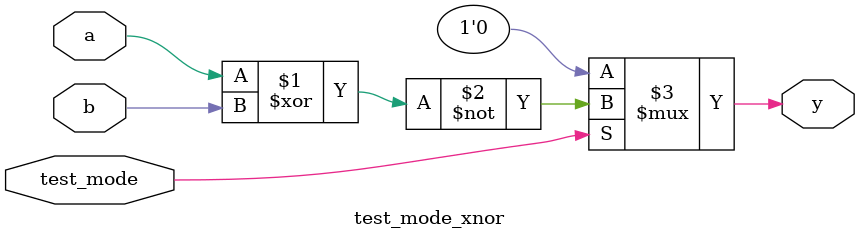
<source format=sv>
module test_mode_xnor (test_mode, a, b, y);
    input test_mode, a, b;
    output y;

    assign y = test_mode ? ~(a ^ b) : 1'b0;
endmodule
</source>
